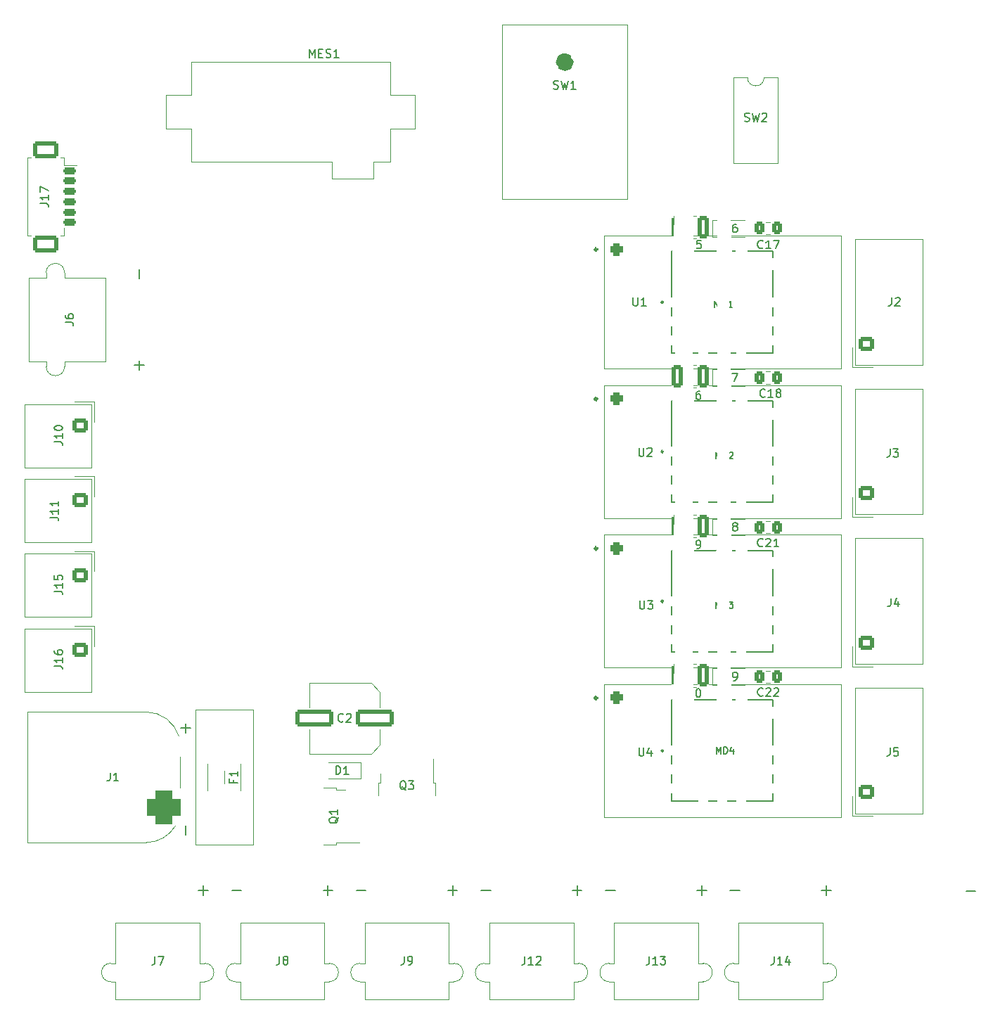
<source format=gto>
%TF.GenerationSoftware,KiCad,Pcbnew,(6.0.11)*%
%TF.CreationDate,2023-08-03T09:01:04+09:00*%
%TF.ProjectId,power,706f7765-722e-46b6-9963-61645f706362,rev?*%
%TF.SameCoordinates,Original*%
%TF.FileFunction,Legend,Top*%
%TF.FilePolarity,Positive*%
%FSLAX46Y46*%
G04 Gerber Fmt 4.6, Leading zero omitted, Abs format (unit mm)*
G04 Created by KiCad (PCBNEW (6.0.11)) date 2023-08-03 09:01:04*
%MOMM*%
%LPD*%
G01*
G04 APERTURE LIST*
G04 Aperture macros list*
%AMRoundRect*
0 Rectangle with rounded corners*
0 $1 Rounding radius*
0 $2 $3 $4 $5 $6 $7 $8 $9 X,Y pos of 4 corners*
0 Add a 4 corners polygon primitive as box body*
4,1,4,$2,$3,$4,$5,$6,$7,$8,$9,$2,$3,0*
0 Add four circle primitives for the rounded corners*
1,1,$1+$1,$2,$3*
1,1,$1+$1,$4,$5*
1,1,$1+$1,$6,$7*
1,1,$1+$1,$8,$9*
0 Add four rect primitives between the rounded corners*
20,1,$1+$1,$2,$3,$4,$5,0*
20,1,$1+$1,$4,$5,$6,$7,0*
20,1,$1+$1,$6,$7,$8,$9,0*
20,1,$1+$1,$8,$9,$2,$3,0*%
%AMFreePoly0*
4,1,53,0.885000,-2.035000,0.700000,-2.035000,0.700000,-3.665000,0.695106,-3.680063,0.695106,-3.695902,0.685796,-3.708716,0.680902,-3.723779,0.668089,-3.733089,0.658779,-3.745902,0.643716,-3.750796,0.630902,-3.760106,0.615063,-3.760106,0.600000,-3.765000,-0.600000,-3.765000,-0.615063,-3.760106,-0.630902,-3.760106,-0.643716,-3.750796,-0.658779,-3.745902,-0.668089,-3.733089,-0.680902,-3.723779,
-0.685796,-3.708716,-0.695106,-3.695902,-0.695106,-3.680063,-0.700000,-3.665000,-0.700000,-2.035000,-0.885000,-2.035000,-0.885000,0.450000,-2.515000,0.450000,-2.530063,0.454894,-2.545902,0.454894,-2.558716,0.464204,-2.573779,0.469098,-2.583089,0.481911,-2.595902,0.491221,-2.600796,0.506284,-2.610106,0.519098,-2.610106,0.534937,-2.615000,0.550000,-2.615000,1.750000,-2.610106,1.765063,
-2.610106,1.780902,-2.600796,1.793716,-2.595902,1.808779,-2.583089,1.818089,-2.573779,1.830902,-2.558716,1.835796,-2.545902,1.845106,-2.530063,1.845106,-2.515000,1.850000,-0.885000,1.850000,-0.885000,2.035000,0.885000,2.035000,0.885000,-2.035000,0.885000,-2.035000,$1*%
%AMFreePoly1*
4,1,53,-0.534937,2.610106,-0.519098,2.610106,-0.506284,2.600796,-0.491221,2.595902,-0.481911,2.583089,-0.469098,2.573779,-0.464204,2.558716,-0.454894,2.545902,-0.454894,2.530063,-0.450000,2.515000,-0.450000,0.885000,0.450000,0.885000,0.450000,2.515000,0.454894,2.530063,0.454894,2.545902,0.464204,2.558716,0.469098,2.573779,0.481911,2.583089,0.491221,2.595902,0.506284,2.600796,
0.519098,2.610106,0.534937,2.610106,0.550000,2.615000,1.750000,2.615000,1.765063,2.610106,1.780902,2.610106,1.793716,2.600796,1.808779,2.595902,1.818089,2.583089,1.830902,2.573779,1.835796,2.558716,1.845106,2.545902,1.845106,2.530063,1.850000,2.515000,1.850000,0.885000,2.035000,0.885000,2.035000,-0.885000,-2.035000,-0.885000,-2.035000,0.885000,-1.850000,0.885000,
-1.850000,2.515000,-1.845106,2.530063,-1.845106,2.545902,-1.835796,2.558716,-1.830902,2.573779,-1.818089,2.583089,-1.808779,2.595902,-1.793716,2.600796,-1.780902,2.610106,-1.765063,2.610106,-1.750000,2.615000,-0.550000,2.615000,-0.534937,2.610106,-0.534937,2.610106,$1*%
%AMFreePoly2*
4,1,29,0.885000,1.850000,2.515000,1.850000,2.530063,1.845106,2.545902,1.845106,2.558716,1.835796,2.573779,1.830902,2.583089,1.818089,2.595902,1.808779,2.600796,1.793716,2.610106,1.780902,2.610106,1.765063,2.615000,1.750000,2.615000,0.550000,2.610106,0.534937,2.610106,0.519098,2.600796,0.506284,2.595902,0.491221,2.583089,0.481911,2.573779,0.469098,2.558716,0.464204,
2.545902,0.454894,2.530063,0.454894,2.515000,0.450000,0.885000,0.450000,0.885000,-2.035000,-0.885000,-2.035000,-0.885000,2.035000,0.885000,2.035000,0.885000,1.850000,0.885000,1.850000,$1*%
G04 Aperture macros list end*
%ADD10C,0.150000*%
%ADD11C,0.120000*%
%ADD12C,0.314000*%
%ADD13C,0.250000*%
%ADD14C,1.060000*%
%ADD15C,1.400000*%
%ADD16R,3.500000X3.500000*%
%ADD17C,3.500000*%
%ADD18RoundRect,0.250000X-0.337500X-0.475000X0.337500X-0.475000X0.337500X0.475000X-0.337500X0.475000X0*%
%ADD19R,0.900000X1.200000*%
%ADD20RoundRect,0.250000X0.675000X-0.600000X0.675000X0.600000X-0.675000X0.600000X-0.675000X-0.600000X0*%
%ADD21O,1.850000X1.700000*%
%ADD22RoundRect,0.381000X-0.381000X-0.381000X0.381000X-0.381000X0.381000X0.381000X-0.381000X0.381000X0*%
%ADD23C,1.524000*%
%ADD24RoundRect,0.250000X0.412500X1.100000X-0.412500X1.100000X-0.412500X-1.100000X0.412500X-1.100000X0*%
%ADD25RoundRect,0.250001X1.999999X0.799999X-1.999999X0.799999X-1.999999X-0.799999X1.999999X-0.799999X0*%
%ADD26R,3.000000X1.200000*%
%ADD27FreePoly0,270.000000*%
%ADD28FreePoly1,0.000000*%
%ADD29FreePoly2,0.000000*%
%ADD30R,1.200000X3.000000*%
%ADD31R,1.500000X1.200000*%
%ADD32R,2.200000X1.200000*%
%ADD33R,6.400000X5.800000*%
%ADD34RoundRect,0.250000X-0.675000X0.600000X-0.675000X-0.600000X0.675000X-0.600000X0.675000X0.600000X0*%
%ADD35R,1.200000X2.200000*%
%ADD36R,5.800000X6.400000*%
%ADD37C,2.780000*%
%ADD38R,1.600000X1.600000*%
%ADD39O,1.600000X1.600000*%
%ADD40O,4.000000X1.524000*%
%ADD41R,2.000000X0.900000*%
%ADD42RoundRect,1.025000X1.025000X-1.025000X1.025000X1.025000X-1.025000X1.025000X-1.025000X-1.025000X0*%
%ADD43C,4.100000*%
%ADD44RoundRect,0.200000X-0.600000X0.200000X-0.600000X-0.200000X0.600000X-0.200000X0.600000X0.200000X0*%
%ADD45RoundRect,0.250001X-1.249999X0.799999X-1.249999X-0.799999X1.249999X-0.799999X1.249999X0.799999X0*%
G04 APERTURE END LIST*
D10*
%TO.C,J12*%
X158140476Y-154402380D02*
X158140476Y-155116666D01*
X158092857Y-155259523D01*
X157997619Y-155354761D01*
X157854761Y-155402380D01*
X157759523Y-155402380D01*
X159140476Y-155402380D02*
X158569047Y-155402380D01*
X158854761Y-155402380D02*
X158854761Y-154402380D01*
X158759523Y-154545238D01*
X158664285Y-154640476D01*
X158569047Y-154688095D01*
X159521428Y-154497619D02*
X159569047Y-154450000D01*
X159664285Y-154402380D01*
X159902380Y-154402380D01*
X159997619Y-154450000D01*
X160045238Y-154497619D01*
X160092857Y-154592857D01*
X160092857Y-154688095D01*
X160045238Y-154830952D01*
X159473809Y-155402380D01*
X160092857Y-155402380D01*
X163878571Y-146457142D02*
X165021428Y-146457142D01*
X164450000Y-147028571D02*
X164450000Y-145885714D01*
X152878571Y-146457142D02*
X154021428Y-146457142D01*
%TO.C,C17*%
X186807142Y-69107142D02*
X186759523Y-69154761D01*
X186616666Y-69202380D01*
X186521428Y-69202380D01*
X186378571Y-69154761D01*
X186283333Y-69059523D01*
X186235714Y-68964285D01*
X186188095Y-68773809D01*
X186188095Y-68630952D01*
X186235714Y-68440476D01*
X186283333Y-68345238D01*
X186378571Y-68250000D01*
X186521428Y-68202380D01*
X186616666Y-68202380D01*
X186759523Y-68250000D01*
X186807142Y-68297619D01*
X187759523Y-69202380D02*
X187188095Y-69202380D01*
X187473809Y-69202380D02*
X187473809Y-68202380D01*
X187378571Y-68345238D01*
X187283333Y-68440476D01*
X187188095Y-68488095D01*
X188092857Y-68202380D02*
X188759523Y-68202380D01*
X188330952Y-69202380D01*
%TO.C,D9*%
X182211904Y-121202380D02*
X182211904Y-120202380D01*
X182450000Y-120202380D01*
X182592857Y-120250000D01*
X182688095Y-120345238D01*
X182735714Y-120440476D01*
X182783333Y-120630952D01*
X182783333Y-120773809D01*
X182735714Y-120964285D01*
X182688095Y-121059523D01*
X182592857Y-121154761D01*
X182450000Y-121202380D01*
X182211904Y-121202380D01*
X183259523Y-121202380D02*
X183450000Y-121202380D01*
X183545238Y-121154761D01*
X183592857Y-121107142D01*
X183688095Y-120964285D01*
X183735714Y-120773809D01*
X183735714Y-120392857D01*
X183688095Y-120297619D01*
X183640476Y-120250000D01*
X183545238Y-120202380D01*
X183354761Y-120202380D01*
X183259523Y-120250000D01*
X183211904Y-120297619D01*
X183164285Y-120392857D01*
X183164285Y-120630952D01*
X183211904Y-120726190D01*
X183259523Y-120773809D01*
X183354761Y-120821428D01*
X183545238Y-120821428D01*
X183640476Y-120773809D01*
X183688095Y-120726190D01*
X183735714Y-120630952D01*
%TO.C,J3*%
X202116666Y-93302380D02*
X202116666Y-94016666D01*
X202069047Y-94159523D01*
X201973809Y-94254761D01*
X201830952Y-94302380D01*
X201735714Y-94302380D01*
X202497619Y-93302380D02*
X203116666Y-93302380D01*
X202783333Y-93683333D01*
X202926190Y-93683333D01*
X203021428Y-93730952D01*
X203069047Y-93778571D01*
X203116666Y-93873809D01*
X203116666Y-94111904D01*
X203069047Y-94207142D01*
X203021428Y-94254761D01*
X202926190Y-94302380D01*
X202640476Y-94302380D01*
X202545238Y-94254761D01*
X202497619Y-94207142D01*
%TO.C,U3*%
X171988095Y-111602380D02*
X171988095Y-112411904D01*
X172035714Y-112507142D01*
X172083333Y-112554761D01*
X172178571Y-112602380D01*
X172369047Y-112602380D01*
X172464285Y-112554761D01*
X172511904Y-112507142D01*
X172559523Y-112411904D01*
X172559523Y-111602380D01*
X172940476Y-111602380D02*
X173559523Y-111602380D01*
X173226190Y-111983333D01*
X173369047Y-111983333D01*
X173464285Y-112030952D01*
X173511904Y-112078571D01*
X173559523Y-112173809D01*
X173559523Y-112411904D01*
X173511904Y-112507142D01*
X173464285Y-112554761D01*
X173369047Y-112602380D01*
X173083333Y-112602380D01*
X172988095Y-112554761D01*
X172940476Y-112507142D01*
%TO.C,C22*%
X186807142Y-123007142D02*
X186759523Y-123054761D01*
X186616666Y-123102380D01*
X186521428Y-123102380D01*
X186378571Y-123054761D01*
X186283333Y-122959523D01*
X186235714Y-122864285D01*
X186188095Y-122673809D01*
X186188095Y-122530952D01*
X186235714Y-122340476D01*
X186283333Y-122245238D01*
X186378571Y-122150000D01*
X186521428Y-122102380D01*
X186616666Y-122102380D01*
X186759523Y-122150000D01*
X186807142Y-122197619D01*
X187188095Y-122197619D02*
X187235714Y-122150000D01*
X187330952Y-122102380D01*
X187569047Y-122102380D01*
X187664285Y-122150000D01*
X187711904Y-122197619D01*
X187759523Y-122292857D01*
X187759523Y-122388095D01*
X187711904Y-122530952D01*
X187140476Y-123102380D01*
X187759523Y-123102380D01*
X188140476Y-122197619D02*
X188188095Y-122150000D01*
X188283333Y-122102380D01*
X188521428Y-122102380D01*
X188616666Y-122150000D01*
X188664285Y-122197619D01*
X188711904Y-122292857D01*
X188711904Y-122388095D01*
X188664285Y-122530952D01*
X188092857Y-123102380D01*
X188711904Y-123102380D01*
%TO.C,C15*%
X177507142Y-69107142D02*
X177459523Y-69154761D01*
X177316666Y-69202380D01*
X177221428Y-69202380D01*
X177078571Y-69154761D01*
X176983333Y-69059523D01*
X176935714Y-68964285D01*
X176888095Y-68773809D01*
X176888095Y-68630952D01*
X176935714Y-68440476D01*
X176983333Y-68345238D01*
X177078571Y-68250000D01*
X177221428Y-68202380D01*
X177316666Y-68202380D01*
X177459523Y-68250000D01*
X177507142Y-68297619D01*
X178459523Y-69202380D02*
X177888095Y-69202380D01*
X178173809Y-69202380D02*
X178173809Y-68202380D01*
X178078571Y-68345238D01*
X177983333Y-68440476D01*
X177888095Y-68488095D01*
X179364285Y-68202380D02*
X178888095Y-68202380D01*
X178840476Y-68678571D01*
X178888095Y-68630952D01*
X178983333Y-68583333D01*
X179221428Y-68583333D01*
X179316666Y-68630952D01*
X179364285Y-68678571D01*
X179411904Y-68773809D01*
X179411904Y-69011904D01*
X179364285Y-69107142D01*
X179316666Y-69154761D01*
X179221428Y-69202380D01*
X178983333Y-69202380D01*
X178888095Y-69154761D01*
X178840476Y-69107142D01*
%TO.C,J7*%
X113616666Y-154402380D02*
X113616666Y-155116666D01*
X113569047Y-155259523D01*
X113473809Y-155354761D01*
X113330952Y-155402380D01*
X113235714Y-155402380D01*
X113997619Y-154402380D02*
X114664285Y-154402380D01*
X114235714Y-155402380D01*
X211278571Y-146557142D02*
X212421428Y-146557142D01*
X118878571Y-146457142D02*
X120021428Y-146457142D01*
X119450000Y-147028571D02*
X119450000Y-145885714D01*
%TO.C,U4*%
X171888095Y-129302380D02*
X171888095Y-130111904D01*
X171935714Y-130207142D01*
X171983333Y-130254761D01*
X172078571Y-130302380D01*
X172269047Y-130302380D01*
X172364285Y-130254761D01*
X172411904Y-130207142D01*
X172459523Y-130111904D01*
X172459523Y-129302380D01*
X173364285Y-129635714D02*
X173364285Y-130302380D01*
X173126190Y-129254761D02*
X172888095Y-129969047D01*
X173507142Y-129969047D01*
%TO.C,J4*%
X202216666Y-111302380D02*
X202216666Y-112016666D01*
X202169047Y-112159523D01*
X202073809Y-112254761D01*
X201930952Y-112302380D01*
X201835714Y-112302380D01*
X203121428Y-111635714D02*
X203121428Y-112302380D01*
X202883333Y-111254761D02*
X202645238Y-111969047D01*
X203264285Y-111969047D01*
%TO.C,C21*%
X186807142Y-105007142D02*
X186759523Y-105054761D01*
X186616666Y-105102380D01*
X186521428Y-105102380D01*
X186378571Y-105054761D01*
X186283333Y-104959523D01*
X186235714Y-104864285D01*
X186188095Y-104673809D01*
X186188095Y-104530952D01*
X186235714Y-104340476D01*
X186283333Y-104245238D01*
X186378571Y-104150000D01*
X186521428Y-104102380D01*
X186616666Y-104102380D01*
X186759523Y-104150000D01*
X186807142Y-104197619D01*
X187188095Y-104197619D02*
X187235714Y-104150000D01*
X187330952Y-104102380D01*
X187569047Y-104102380D01*
X187664285Y-104150000D01*
X187711904Y-104197619D01*
X187759523Y-104292857D01*
X187759523Y-104388095D01*
X187711904Y-104530952D01*
X187140476Y-105102380D01*
X187759523Y-105102380D01*
X188711904Y-105102380D02*
X188140476Y-105102380D01*
X188426190Y-105102380D02*
X188426190Y-104102380D01*
X188330952Y-104245238D01*
X188235714Y-104340476D01*
X188140476Y-104388095D01*
%TO.C,C19*%
X177407142Y-105207142D02*
X177359523Y-105254761D01*
X177216666Y-105302380D01*
X177121428Y-105302380D01*
X176978571Y-105254761D01*
X176883333Y-105159523D01*
X176835714Y-105064285D01*
X176788095Y-104873809D01*
X176788095Y-104730952D01*
X176835714Y-104540476D01*
X176883333Y-104445238D01*
X176978571Y-104350000D01*
X177121428Y-104302380D01*
X177216666Y-104302380D01*
X177359523Y-104350000D01*
X177407142Y-104397619D01*
X178359523Y-105302380D02*
X177788095Y-105302380D01*
X178073809Y-105302380D02*
X178073809Y-104302380D01*
X177978571Y-104445238D01*
X177883333Y-104540476D01*
X177788095Y-104588095D01*
X178835714Y-105302380D02*
X179026190Y-105302380D01*
X179121428Y-105254761D01*
X179169047Y-105207142D01*
X179264285Y-105064285D01*
X179311904Y-104873809D01*
X179311904Y-104492857D01*
X179264285Y-104397619D01*
X179216666Y-104350000D01*
X179121428Y-104302380D01*
X178930952Y-104302380D01*
X178835714Y-104350000D01*
X178788095Y-104397619D01*
X178740476Y-104492857D01*
X178740476Y-104730952D01*
X178788095Y-104826190D01*
X178835714Y-104873809D01*
X178930952Y-104921428D01*
X179121428Y-104921428D01*
X179216666Y-104873809D01*
X179264285Y-104826190D01*
X179311904Y-104730952D01*
%TO.C,D6*%
X182211904Y-67252380D02*
X182211904Y-66252380D01*
X182450000Y-66252380D01*
X182592857Y-66300000D01*
X182688095Y-66395238D01*
X182735714Y-66490476D01*
X182783333Y-66680952D01*
X182783333Y-66823809D01*
X182735714Y-67014285D01*
X182688095Y-67109523D01*
X182592857Y-67204761D01*
X182450000Y-67252380D01*
X182211904Y-67252380D01*
X183640476Y-66252380D02*
X183450000Y-66252380D01*
X183354761Y-66300000D01*
X183307142Y-66347619D01*
X183211904Y-66490476D01*
X183164285Y-66680952D01*
X183164285Y-67061904D01*
X183211904Y-67157142D01*
X183259523Y-67204761D01*
X183354761Y-67252380D01*
X183545238Y-67252380D01*
X183640476Y-67204761D01*
X183688095Y-67157142D01*
X183735714Y-67061904D01*
X183735714Y-66823809D01*
X183688095Y-66728571D01*
X183640476Y-66680952D01*
X183545238Y-66633333D01*
X183354761Y-66633333D01*
X183259523Y-66680952D01*
X183211904Y-66728571D01*
X183164285Y-66823809D01*
%TO.C,C2*%
X136283333Y-126107142D02*
X136235714Y-126154761D01*
X136092857Y-126202380D01*
X135997619Y-126202380D01*
X135854761Y-126154761D01*
X135759523Y-126059523D01*
X135711904Y-125964285D01*
X135664285Y-125773809D01*
X135664285Y-125630952D01*
X135711904Y-125440476D01*
X135759523Y-125345238D01*
X135854761Y-125250000D01*
X135997619Y-125202380D01*
X136092857Y-125202380D01*
X136235714Y-125250000D01*
X136283333Y-125297619D01*
X136664285Y-125297619D02*
X136711904Y-125250000D01*
X136807142Y-125202380D01*
X137045238Y-125202380D01*
X137140476Y-125250000D01*
X137188095Y-125297619D01*
X137235714Y-125392857D01*
X137235714Y-125488095D01*
X137188095Y-125630952D01*
X136616666Y-126202380D01*
X137235714Y-126202380D01*
%TO.C,J6*%
X102802380Y-78083333D02*
X103516666Y-78083333D01*
X103659523Y-78130952D01*
X103754761Y-78226190D01*
X103802380Y-78369047D01*
X103802380Y-78464285D01*
X102802380Y-77178571D02*
X102802380Y-77369047D01*
X102850000Y-77464285D01*
X102897619Y-77511904D01*
X103040476Y-77607142D01*
X103230952Y-77654761D01*
X103611904Y-77654761D01*
X103707142Y-77607142D01*
X103754761Y-77559523D01*
X103802380Y-77464285D01*
X103802380Y-77273809D01*
X103754761Y-77178571D01*
X103707142Y-77130952D01*
X103611904Y-77083333D01*
X103373809Y-77083333D01*
X103278571Y-77130952D01*
X103230952Y-77178571D01*
X103183333Y-77273809D01*
X103183333Y-77464285D01*
X103230952Y-77559523D01*
X103278571Y-77607142D01*
X103373809Y-77654761D01*
X111732142Y-83821428D02*
X111732142Y-82678571D01*
X112303571Y-83250000D02*
X111160714Y-83250000D01*
X111732142Y-72821428D02*
X111732142Y-71678571D01*
%TO.C,C20*%
X177407142Y-123107142D02*
X177359523Y-123154761D01*
X177216666Y-123202380D01*
X177121428Y-123202380D01*
X176978571Y-123154761D01*
X176883333Y-123059523D01*
X176835714Y-122964285D01*
X176788095Y-122773809D01*
X176788095Y-122630952D01*
X176835714Y-122440476D01*
X176883333Y-122345238D01*
X176978571Y-122250000D01*
X177121428Y-122202380D01*
X177216666Y-122202380D01*
X177359523Y-122250000D01*
X177407142Y-122297619D01*
X177788095Y-122297619D02*
X177835714Y-122250000D01*
X177930952Y-122202380D01*
X178169047Y-122202380D01*
X178264285Y-122250000D01*
X178311904Y-122297619D01*
X178359523Y-122392857D01*
X178359523Y-122488095D01*
X178311904Y-122630952D01*
X177740476Y-123202380D01*
X178359523Y-123202380D01*
X178978571Y-122202380D02*
X179073809Y-122202380D01*
X179169047Y-122250000D01*
X179216666Y-122297619D01*
X179264285Y-122392857D01*
X179311904Y-122583333D01*
X179311904Y-122821428D01*
X179264285Y-123011904D01*
X179216666Y-123107142D01*
X179169047Y-123154761D01*
X179073809Y-123202380D01*
X178978571Y-123202380D01*
X178883333Y-123154761D01*
X178835714Y-123107142D01*
X178788095Y-123011904D01*
X178740476Y-122821428D01*
X178740476Y-122583333D01*
X178788095Y-122392857D01*
X178835714Y-122297619D01*
X178883333Y-122250000D01*
X178978571Y-122202380D01*
%TO.C,MD3*%
X181118878Y-112506205D02*
X181118878Y-111718803D01*
X181381345Y-112281233D01*
X181643813Y-111718803D01*
X181643813Y-112506205D01*
X182018766Y-112506205D02*
X182018766Y-111718803D01*
X182206243Y-111718803D01*
X182318729Y-111756299D01*
X182393719Y-111831289D01*
X182431215Y-111906280D01*
X182468710Y-112056261D01*
X182468710Y-112168747D01*
X182431215Y-112318729D01*
X182393719Y-112393719D01*
X182318729Y-112468710D01*
X182206243Y-112506205D01*
X182018766Y-112506205D01*
X182731177Y-111718803D02*
X183218617Y-111718803D01*
X182956149Y-112018766D01*
X183068635Y-112018766D01*
X183143626Y-112056261D01*
X183181121Y-112093757D01*
X183218617Y-112168747D01*
X183218617Y-112356224D01*
X183181121Y-112431215D01*
X183143626Y-112468710D01*
X183068635Y-112506205D01*
X182843663Y-112506205D01*
X182768673Y-112468710D01*
X182731177Y-112431215D01*
%TO.C,D8*%
X182211904Y-103202380D02*
X182211904Y-102202380D01*
X182450000Y-102202380D01*
X182592857Y-102250000D01*
X182688095Y-102345238D01*
X182735714Y-102440476D01*
X182783333Y-102630952D01*
X182783333Y-102773809D01*
X182735714Y-102964285D01*
X182688095Y-103059523D01*
X182592857Y-103154761D01*
X182450000Y-103202380D01*
X182211904Y-103202380D01*
X183354761Y-102630952D02*
X183259523Y-102583333D01*
X183211904Y-102535714D01*
X183164285Y-102440476D01*
X183164285Y-102392857D01*
X183211904Y-102297619D01*
X183259523Y-102250000D01*
X183354761Y-102202380D01*
X183545238Y-102202380D01*
X183640476Y-102250000D01*
X183688095Y-102297619D01*
X183735714Y-102392857D01*
X183735714Y-102440476D01*
X183688095Y-102535714D01*
X183640476Y-102583333D01*
X183545238Y-102630952D01*
X183354761Y-102630952D01*
X183259523Y-102678571D01*
X183211904Y-102726190D01*
X183164285Y-102821428D01*
X183164285Y-103011904D01*
X183211904Y-103107142D01*
X183259523Y-103154761D01*
X183354761Y-103202380D01*
X183545238Y-103202380D01*
X183640476Y-103154761D01*
X183688095Y-103107142D01*
X183735714Y-103011904D01*
X183735714Y-102821428D01*
X183688095Y-102726190D01*
X183640476Y-102678571D01*
X183545238Y-102630952D01*
%TO.C,J5*%
X202116666Y-129302380D02*
X202116666Y-130016666D01*
X202069047Y-130159523D01*
X201973809Y-130254761D01*
X201830952Y-130302380D01*
X201735714Y-130302380D01*
X203069047Y-129302380D02*
X202592857Y-129302380D01*
X202545238Y-129778571D01*
X202592857Y-129730952D01*
X202688095Y-129683333D01*
X202926190Y-129683333D01*
X203021428Y-129730952D01*
X203069047Y-129778571D01*
X203116666Y-129873809D01*
X203116666Y-130111904D01*
X203069047Y-130207142D01*
X203021428Y-130254761D01*
X202926190Y-130302380D01*
X202688095Y-130302380D01*
X202592857Y-130254761D01*
X202545238Y-130207142D01*
%TO.C,MD1*%
X181018878Y-76306205D02*
X181018878Y-75518803D01*
X181281345Y-76081233D01*
X181543813Y-75518803D01*
X181543813Y-76306205D01*
X181918766Y-76306205D02*
X181918766Y-75518803D01*
X182106243Y-75518803D01*
X182218729Y-75556299D01*
X182293719Y-75631289D01*
X182331215Y-75706280D01*
X182368710Y-75856261D01*
X182368710Y-75968747D01*
X182331215Y-76118729D01*
X182293719Y-76193719D01*
X182218729Y-76268710D01*
X182106243Y-76306205D01*
X181918766Y-76306205D01*
X183118617Y-76306205D02*
X182668673Y-76306205D01*
X182893645Y-76306205D02*
X182893645Y-75518803D01*
X182818654Y-75631289D01*
X182743663Y-75706280D01*
X182668673Y-75743775D01*
%TO.C,D1*%
X135411904Y-132502380D02*
X135411904Y-131502380D01*
X135650000Y-131502380D01*
X135792857Y-131550000D01*
X135888095Y-131645238D01*
X135935714Y-131740476D01*
X135983333Y-131930952D01*
X135983333Y-132073809D01*
X135935714Y-132264285D01*
X135888095Y-132359523D01*
X135792857Y-132454761D01*
X135650000Y-132502380D01*
X135411904Y-132502380D01*
X136935714Y-132502380D02*
X136364285Y-132502380D01*
X136650000Y-132502380D02*
X136650000Y-131502380D01*
X136554761Y-131645238D01*
X136459523Y-131740476D01*
X136364285Y-131788095D01*
%TO.C,U2*%
X171888095Y-93202380D02*
X171888095Y-94011904D01*
X171935714Y-94107142D01*
X171983333Y-94154761D01*
X172078571Y-94202380D01*
X172269047Y-94202380D01*
X172364285Y-94154761D01*
X172411904Y-94107142D01*
X172459523Y-94011904D01*
X172459523Y-93202380D01*
X172888095Y-93297619D02*
X172935714Y-93250000D01*
X173030952Y-93202380D01*
X173269047Y-93202380D01*
X173364285Y-93250000D01*
X173411904Y-93297619D01*
X173459523Y-93392857D01*
X173459523Y-93488095D01*
X173411904Y-93630952D01*
X172840476Y-94202380D01*
X173459523Y-94202380D01*
%TO.C,Q1*%
X135697619Y-137645238D02*
X135650000Y-137740476D01*
X135554761Y-137835714D01*
X135411904Y-137978571D01*
X135364285Y-138073809D01*
X135364285Y-138169047D01*
X135602380Y-138121428D02*
X135554761Y-138216666D01*
X135459523Y-138311904D01*
X135269047Y-138359523D01*
X134935714Y-138359523D01*
X134745238Y-138311904D01*
X134650000Y-138216666D01*
X134602380Y-138121428D01*
X134602380Y-137930952D01*
X134650000Y-137835714D01*
X134745238Y-137740476D01*
X134935714Y-137692857D01*
X135269047Y-137692857D01*
X135459523Y-137740476D01*
X135554761Y-137835714D01*
X135602380Y-137930952D01*
X135602380Y-138121428D01*
X135602380Y-136740476D02*
X135602380Y-137311904D01*
X135602380Y-137026190D02*
X134602380Y-137026190D01*
X134745238Y-137121428D01*
X134840476Y-137216666D01*
X134888095Y-137311904D01*
%TO.C,J16*%
X101502380Y-119459523D02*
X102216666Y-119459523D01*
X102359523Y-119507142D01*
X102454761Y-119602380D01*
X102502380Y-119745238D01*
X102502380Y-119840476D01*
X102502380Y-118459523D02*
X102502380Y-119030952D01*
X102502380Y-118745238D02*
X101502380Y-118745238D01*
X101645238Y-118840476D01*
X101740476Y-118935714D01*
X101788095Y-119030952D01*
X101502380Y-117602380D02*
X101502380Y-117792857D01*
X101550000Y-117888095D01*
X101597619Y-117935714D01*
X101740476Y-118030952D01*
X101930952Y-118078571D01*
X102311904Y-118078571D01*
X102407142Y-118030952D01*
X102454761Y-117983333D01*
X102502380Y-117888095D01*
X102502380Y-117697619D01*
X102454761Y-117602380D01*
X102407142Y-117554761D01*
X102311904Y-117507142D01*
X102073809Y-117507142D01*
X101978571Y-117554761D01*
X101930952Y-117602380D01*
X101883333Y-117697619D01*
X101883333Y-117888095D01*
X101930952Y-117983333D01*
X101978571Y-118030952D01*
X102073809Y-118078571D01*
%TO.C,Q3*%
X143854761Y-134397619D02*
X143759523Y-134350000D01*
X143664285Y-134254761D01*
X143521428Y-134111904D01*
X143426190Y-134064285D01*
X143330952Y-134064285D01*
X143378571Y-134302380D02*
X143283333Y-134254761D01*
X143188095Y-134159523D01*
X143140476Y-133969047D01*
X143140476Y-133635714D01*
X143188095Y-133445238D01*
X143283333Y-133350000D01*
X143378571Y-133302380D01*
X143569047Y-133302380D01*
X143664285Y-133350000D01*
X143759523Y-133445238D01*
X143807142Y-133635714D01*
X143807142Y-133969047D01*
X143759523Y-134159523D01*
X143664285Y-134254761D01*
X143569047Y-134302380D01*
X143378571Y-134302380D01*
X144140476Y-133302380D02*
X144759523Y-133302380D01*
X144426190Y-133683333D01*
X144569047Y-133683333D01*
X144664285Y-133730952D01*
X144711904Y-133778571D01*
X144759523Y-133873809D01*
X144759523Y-134111904D01*
X144711904Y-134207142D01*
X144664285Y-134254761D01*
X144569047Y-134302380D01*
X144283333Y-134302380D01*
X144188095Y-134254761D01*
X144140476Y-134207142D01*
%TO.C,J10*%
X101502380Y-92459523D02*
X102216666Y-92459523D01*
X102359523Y-92507142D01*
X102454761Y-92602380D01*
X102502380Y-92745238D01*
X102502380Y-92840476D01*
X102502380Y-91459523D02*
X102502380Y-92030952D01*
X102502380Y-91745238D02*
X101502380Y-91745238D01*
X101645238Y-91840476D01*
X101740476Y-91935714D01*
X101788095Y-92030952D01*
X101502380Y-90840476D02*
X101502380Y-90745238D01*
X101550000Y-90650000D01*
X101597619Y-90602380D01*
X101692857Y-90554761D01*
X101883333Y-90507142D01*
X102121428Y-90507142D01*
X102311904Y-90554761D01*
X102407142Y-90602380D01*
X102454761Y-90650000D01*
X102502380Y-90745238D01*
X102502380Y-90840476D01*
X102454761Y-90935714D01*
X102407142Y-90983333D01*
X102311904Y-91030952D01*
X102121428Y-91078571D01*
X101883333Y-91078571D01*
X101692857Y-91030952D01*
X101597619Y-90983333D01*
X101550000Y-90935714D01*
X101502380Y-90840476D01*
%TO.C,J13*%
X173140476Y-154402380D02*
X173140476Y-155116666D01*
X173092857Y-155259523D01*
X172997619Y-155354761D01*
X172854761Y-155402380D01*
X172759523Y-155402380D01*
X174140476Y-155402380D02*
X173569047Y-155402380D01*
X173854761Y-155402380D02*
X173854761Y-154402380D01*
X173759523Y-154545238D01*
X173664285Y-154640476D01*
X173569047Y-154688095D01*
X174473809Y-154402380D02*
X175092857Y-154402380D01*
X174759523Y-154783333D01*
X174902380Y-154783333D01*
X174997619Y-154830952D01*
X175045238Y-154878571D01*
X175092857Y-154973809D01*
X175092857Y-155211904D01*
X175045238Y-155307142D01*
X174997619Y-155354761D01*
X174902380Y-155402380D01*
X174616666Y-155402380D01*
X174521428Y-155354761D01*
X174473809Y-155307142D01*
X178878571Y-146457142D02*
X180021428Y-146457142D01*
X179450000Y-147028571D02*
X179450000Y-145885714D01*
X167878571Y-146457142D02*
X169021428Y-146457142D01*
%TO.C,MD4*%
X181218878Y-130006205D02*
X181218878Y-129218803D01*
X181481345Y-129781233D01*
X181743813Y-129218803D01*
X181743813Y-130006205D01*
X182118766Y-130006205D02*
X182118766Y-129218803D01*
X182306243Y-129218803D01*
X182418729Y-129256299D01*
X182493719Y-129331289D01*
X182531215Y-129406280D01*
X182568710Y-129556261D01*
X182568710Y-129668747D01*
X182531215Y-129818729D01*
X182493719Y-129893719D01*
X182418729Y-129968710D01*
X182306243Y-130006205D01*
X182118766Y-130006205D01*
X183243626Y-129481271D02*
X183243626Y-130006205D01*
X183056149Y-129181308D02*
X182868673Y-129743738D01*
X183356112Y-129743738D01*
%TO.C,J14*%
X188140476Y-154402380D02*
X188140476Y-155116666D01*
X188092857Y-155259523D01*
X187997619Y-155354761D01*
X187854761Y-155402380D01*
X187759523Y-155402380D01*
X189140476Y-155402380D02*
X188569047Y-155402380D01*
X188854761Y-155402380D02*
X188854761Y-154402380D01*
X188759523Y-154545238D01*
X188664285Y-154640476D01*
X188569047Y-154688095D01*
X189997619Y-154735714D02*
X189997619Y-155402380D01*
X189759523Y-154354761D02*
X189521428Y-155069047D01*
X190140476Y-155069047D01*
X193878571Y-146457142D02*
X195021428Y-146457142D01*
X194450000Y-147028571D02*
X194450000Y-145885714D01*
X182878571Y-146457142D02*
X184021428Y-146457142D01*
%TO.C,U1*%
X171188095Y-75102380D02*
X171188095Y-75911904D01*
X171235714Y-76007142D01*
X171283333Y-76054761D01*
X171378571Y-76102380D01*
X171569047Y-76102380D01*
X171664285Y-76054761D01*
X171711904Y-76007142D01*
X171759523Y-75911904D01*
X171759523Y-75102380D01*
X172759523Y-76102380D02*
X172188095Y-76102380D01*
X172473809Y-76102380D02*
X172473809Y-75102380D01*
X172378571Y-75245238D01*
X172283333Y-75340476D01*
X172188095Y-75388095D01*
%TO.C,F1*%
X123078571Y-133183333D02*
X123078571Y-133516666D01*
X123602380Y-133516666D02*
X122602380Y-133516666D01*
X122602380Y-133040476D01*
X123602380Y-132135714D02*
X123602380Y-132707142D01*
X123602380Y-132421428D02*
X122602380Y-132421428D01*
X122745238Y-132516666D01*
X122840476Y-132611904D01*
X122888095Y-132707142D01*
%TO.C,D7*%
X182211904Y-85202380D02*
X182211904Y-84202380D01*
X182450000Y-84202380D01*
X182592857Y-84250000D01*
X182688095Y-84345238D01*
X182735714Y-84440476D01*
X182783333Y-84630952D01*
X182783333Y-84773809D01*
X182735714Y-84964285D01*
X182688095Y-85059523D01*
X182592857Y-85154761D01*
X182450000Y-85202380D01*
X182211904Y-85202380D01*
X183116666Y-84202380D02*
X183783333Y-84202380D01*
X183354761Y-85202380D01*
%TO.C,J15*%
X101502380Y-110459523D02*
X102216666Y-110459523D01*
X102359523Y-110507142D01*
X102454761Y-110602380D01*
X102502380Y-110745238D01*
X102502380Y-110840476D01*
X102502380Y-109459523D02*
X102502380Y-110030952D01*
X102502380Y-109745238D02*
X101502380Y-109745238D01*
X101645238Y-109840476D01*
X101740476Y-109935714D01*
X101788095Y-110030952D01*
X101502380Y-108554761D02*
X101502380Y-109030952D01*
X101978571Y-109078571D01*
X101930952Y-109030952D01*
X101883333Y-108935714D01*
X101883333Y-108697619D01*
X101930952Y-108602380D01*
X101978571Y-108554761D01*
X102073809Y-108507142D01*
X102311904Y-108507142D01*
X102407142Y-108554761D01*
X102454761Y-108602380D01*
X102502380Y-108697619D01*
X102502380Y-108935714D01*
X102454761Y-109030952D01*
X102407142Y-109078571D01*
%TO.C,MD2*%
X181118878Y-94506205D02*
X181118878Y-93718803D01*
X181381345Y-94281233D01*
X181643813Y-93718803D01*
X181643813Y-94506205D01*
X182018766Y-94506205D02*
X182018766Y-93718803D01*
X182206243Y-93718803D01*
X182318729Y-93756299D01*
X182393719Y-93831289D01*
X182431215Y-93906280D01*
X182468710Y-94056261D01*
X182468710Y-94168747D01*
X182431215Y-94318729D01*
X182393719Y-94393719D01*
X182318729Y-94468710D01*
X182206243Y-94506205D01*
X182018766Y-94506205D01*
X182768673Y-93793794D02*
X182806168Y-93756299D01*
X182881159Y-93718803D01*
X183068635Y-93718803D01*
X183143626Y-93756299D01*
X183181121Y-93793794D01*
X183218617Y-93868785D01*
X183218617Y-93943775D01*
X183181121Y-94056261D01*
X182731177Y-94506205D01*
X183218617Y-94506205D01*
%TO.C,J8*%
X128616666Y-154402380D02*
X128616666Y-155116666D01*
X128569047Y-155259523D01*
X128473809Y-155354761D01*
X128330952Y-155402380D01*
X128235714Y-155402380D01*
X129235714Y-154830952D02*
X129140476Y-154783333D01*
X129092857Y-154735714D01*
X129045238Y-154640476D01*
X129045238Y-154592857D01*
X129092857Y-154497619D01*
X129140476Y-154450000D01*
X129235714Y-154402380D01*
X129426190Y-154402380D01*
X129521428Y-154450000D01*
X129569047Y-154497619D01*
X129616666Y-154592857D01*
X129616666Y-154640476D01*
X129569047Y-154735714D01*
X129521428Y-154783333D01*
X129426190Y-154830952D01*
X129235714Y-154830952D01*
X129140476Y-154878571D01*
X129092857Y-154926190D01*
X129045238Y-155021428D01*
X129045238Y-155211904D01*
X129092857Y-155307142D01*
X129140476Y-155354761D01*
X129235714Y-155402380D01*
X129426190Y-155402380D01*
X129521428Y-155354761D01*
X129569047Y-155307142D01*
X129616666Y-155211904D01*
X129616666Y-155021428D01*
X129569047Y-154926190D01*
X129521428Y-154878571D01*
X129426190Y-154830952D01*
X133878571Y-146457142D02*
X135021428Y-146457142D01*
X134450000Y-147028571D02*
X134450000Y-145885714D01*
X122878571Y-146457142D02*
X124021428Y-146457142D01*
%TO.C,J2*%
X202316666Y-75102380D02*
X202316666Y-75816666D01*
X202269047Y-75959523D01*
X202173809Y-76054761D01*
X202030952Y-76102380D01*
X201935714Y-76102380D01*
X202745238Y-75197619D02*
X202792857Y-75150000D01*
X202888095Y-75102380D01*
X203126190Y-75102380D01*
X203221428Y-75150000D01*
X203269047Y-75197619D01*
X203316666Y-75292857D01*
X203316666Y-75388095D01*
X203269047Y-75530952D01*
X202697619Y-76102380D01*
X203316666Y-76102380D01*
%TO.C,MES1*%
X132211904Y-46202380D02*
X132211904Y-45202380D01*
X132545238Y-45916666D01*
X132878571Y-45202380D01*
X132878571Y-46202380D01*
X133354761Y-45678571D02*
X133688095Y-45678571D01*
X133830952Y-46202380D02*
X133354761Y-46202380D01*
X133354761Y-45202380D01*
X133830952Y-45202380D01*
X134211904Y-46154761D02*
X134354761Y-46202380D01*
X134592857Y-46202380D01*
X134688095Y-46154761D01*
X134735714Y-46107142D01*
X134783333Y-46011904D01*
X134783333Y-45916666D01*
X134735714Y-45821428D01*
X134688095Y-45773809D01*
X134592857Y-45726190D01*
X134402380Y-45678571D01*
X134307142Y-45630952D01*
X134259523Y-45583333D01*
X134211904Y-45488095D01*
X134211904Y-45392857D01*
X134259523Y-45297619D01*
X134307142Y-45250000D01*
X134402380Y-45202380D01*
X134640476Y-45202380D01*
X134783333Y-45250000D01*
X135735714Y-46202380D02*
X135164285Y-46202380D01*
X135450000Y-46202380D02*
X135450000Y-45202380D01*
X135354761Y-45345238D01*
X135259523Y-45440476D01*
X135164285Y-45488095D01*
%TO.C,SW2*%
X184616666Y-53854761D02*
X184759523Y-53902380D01*
X184997619Y-53902380D01*
X185092857Y-53854761D01*
X185140476Y-53807142D01*
X185188095Y-53711904D01*
X185188095Y-53616666D01*
X185140476Y-53521428D01*
X185092857Y-53473809D01*
X184997619Y-53426190D01*
X184807142Y-53378571D01*
X184711904Y-53330952D01*
X184664285Y-53283333D01*
X184616666Y-53188095D01*
X184616666Y-53092857D01*
X184664285Y-52997619D01*
X184711904Y-52950000D01*
X184807142Y-52902380D01*
X185045238Y-52902380D01*
X185188095Y-52950000D01*
X185521428Y-52902380D02*
X185759523Y-53902380D01*
X185950000Y-53188095D01*
X186140476Y-53902380D01*
X186378571Y-52902380D01*
X186711904Y-52997619D02*
X186759523Y-52950000D01*
X186854761Y-52902380D01*
X187092857Y-52902380D01*
X187188095Y-52950000D01*
X187235714Y-52997619D01*
X187283333Y-53092857D01*
X187283333Y-53188095D01*
X187235714Y-53330952D01*
X186664285Y-53902380D01*
X187283333Y-53902380D01*
%TO.C,C18*%
X187068394Y-87007142D02*
X187020775Y-87054761D01*
X186877918Y-87102380D01*
X186782680Y-87102380D01*
X186639823Y-87054761D01*
X186544585Y-86959523D01*
X186496966Y-86864285D01*
X186449347Y-86673809D01*
X186449347Y-86530952D01*
X186496966Y-86340476D01*
X186544585Y-86245238D01*
X186639823Y-86150000D01*
X186782680Y-86102380D01*
X186877918Y-86102380D01*
X187020775Y-86150000D01*
X187068394Y-86197619D01*
X188020775Y-87102380D02*
X187449347Y-87102380D01*
X187735061Y-87102380D02*
X187735061Y-86102380D01*
X187639823Y-86245238D01*
X187544585Y-86340476D01*
X187449347Y-86388095D01*
X188592204Y-86530952D02*
X188496966Y-86483333D01*
X188449347Y-86435714D01*
X188401728Y-86340476D01*
X188401728Y-86292857D01*
X188449347Y-86197619D01*
X188496966Y-86150000D01*
X188592204Y-86102380D01*
X188782680Y-86102380D01*
X188877918Y-86150000D01*
X188925537Y-86197619D01*
X188973156Y-86292857D01*
X188973156Y-86340476D01*
X188925537Y-86435714D01*
X188877918Y-86483333D01*
X188782680Y-86530952D01*
X188592204Y-86530952D01*
X188496966Y-86578571D01*
X188449347Y-86626190D01*
X188401728Y-86721428D01*
X188401728Y-86911904D01*
X188449347Y-87007142D01*
X188496966Y-87054761D01*
X188592204Y-87102380D01*
X188782680Y-87102380D01*
X188877918Y-87054761D01*
X188925537Y-87007142D01*
X188973156Y-86911904D01*
X188973156Y-86721428D01*
X188925537Y-86626190D01*
X188877918Y-86578571D01*
X188782680Y-86530952D01*
%TO.C,SW1*%
X161616666Y-49954761D02*
X161759523Y-50002380D01*
X161997619Y-50002380D01*
X162092857Y-49954761D01*
X162140476Y-49907142D01*
X162188095Y-49811904D01*
X162188095Y-49716666D01*
X162140476Y-49621428D01*
X162092857Y-49573809D01*
X161997619Y-49526190D01*
X161807142Y-49478571D01*
X161711904Y-49430952D01*
X161664285Y-49383333D01*
X161616666Y-49288095D01*
X161616666Y-49192857D01*
X161664285Y-49097619D01*
X161711904Y-49050000D01*
X161807142Y-49002380D01*
X162045238Y-49002380D01*
X162188095Y-49050000D01*
X162521428Y-49002380D02*
X162759523Y-50002380D01*
X162950000Y-49288095D01*
X163140476Y-50002380D01*
X163378571Y-49002380D01*
X164283333Y-50002380D02*
X163711904Y-50002380D01*
X163997619Y-50002380D02*
X163997619Y-49002380D01*
X163902380Y-49145238D01*
X163807142Y-49240476D01*
X163711904Y-49288095D01*
%TO.C,C16*%
X177407142Y-87257142D02*
X177359523Y-87304761D01*
X177216666Y-87352380D01*
X177121428Y-87352380D01*
X176978571Y-87304761D01*
X176883333Y-87209523D01*
X176835714Y-87114285D01*
X176788095Y-86923809D01*
X176788095Y-86780952D01*
X176835714Y-86590476D01*
X176883333Y-86495238D01*
X176978571Y-86400000D01*
X177121428Y-86352380D01*
X177216666Y-86352380D01*
X177359523Y-86400000D01*
X177407142Y-86447619D01*
X178359523Y-87352380D02*
X177788095Y-87352380D01*
X178073809Y-87352380D02*
X178073809Y-86352380D01*
X177978571Y-86495238D01*
X177883333Y-86590476D01*
X177788095Y-86638095D01*
X179216666Y-86352380D02*
X179026190Y-86352380D01*
X178930952Y-86400000D01*
X178883333Y-86447619D01*
X178788095Y-86590476D01*
X178740476Y-86780952D01*
X178740476Y-87161904D01*
X178788095Y-87257142D01*
X178835714Y-87304761D01*
X178930952Y-87352380D01*
X179121428Y-87352380D01*
X179216666Y-87304761D01*
X179264285Y-87257142D01*
X179311904Y-87161904D01*
X179311904Y-86923809D01*
X179264285Y-86828571D01*
X179216666Y-86780952D01*
X179121428Y-86733333D01*
X178930952Y-86733333D01*
X178835714Y-86780952D01*
X178788095Y-86828571D01*
X178740476Y-86923809D01*
%TO.C,J9*%
X143616666Y-154402380D02*
X143616666Y-155116666D01*
X143569047Y-155259523D01*
X143473809Y-155354761D01*
X143330952Y-155402380D01*
X143235714Y-155402380D01*
X144140476Y-155402380D02*
X144330952Y-155402380D01*
X144426190Y-155354761D01*
X144473809Y-155307142D01*
X144569047Y-155164285D01*
X144616666Y-154973809D01*
X144616666Y-154592857D01*
X144569047Y-154497619D01*
X144521428Y-154450000D01*
X144426190Y-154402380D01*
X144235714Y-154402380D01*
X144140476Y-154450000D01*
X144092857Y-154497619D01*
X144045238Y-154592857D01*
X144045238Y-154830952D01*
X144092857Y-154926190D01*
X144140476Y-154973809D01*
X144235714Y-155021428D01*
X144426190Y-155021428D01*
X144521428Y-154973809D01*
X144569047Y-154926190D01*
X144616666Y-154830952D01*
X137878571Y-146457142D02*
X139021428Y-146457142D01*
X148878571Y-146457142D02*
X150021428Y-146457142D01*
X149450000Y-147028571D02*
X149450000Y-145885714D01*
%TO.C,J11*%
X101002380Y-101559523D02*
X101716666Y-101559523D01*
X101859523Y-101607142D01*
X101954761Y-101702380D01*
X102002380Y-101845238D01*
X102002380Y-101940476D01*
X102002380Y-100559523D02*
X102002380Y-101130952D01*
X102002380Y-100845238D02*
X101002380Y-100845238D01*
X101145238Y-100940476D01*
X101240476Y-101035714D01*
X101288095Y-101130952D01*
X102002380Y-99607142D02*
X102002380Y-100178571D01*
X102002380Y-99892857D02*
X101002380Y-99892857D01*
X101145238Y-99988095D01*
X101240476Y-100083333D01*
X101288095Y-100178571D01*
%TO.C,J1*%
X108216666Y-132302380D02*
X108216666Y-133016666D01*
X108169047Y-133159523D01*
X108073809Y-133254761D01*
X107930952Y-133302380D01*
X107835714Y-133302380D01*
X109216666Y-133302380D02*
X108645238Y-133302380D01*
X108930952Y-133302380D02*
X108930952Y-132302380D01*
X108835714Y-132445238D01*
X108740476Y-132540476D01*
X108645238Y-132588095D01*
X117307142Y-127521428D02*
X117307142Y-126378571D01*
X117878571Y-126950000D02*
X116735714Y-126950000D01*
X117307142Y-139821428D02*
X117307142Y-138678571D01*
%TO.C,J17*%
X99802380Y-63759523D02*
X100516666Y-63759523D01*
X100659523Y-63807142D01*
X100754761Y-63902380D01*
X100802380Y-64045238D01*
X100802380Y-64140476D01*
X100802380Y-62759523D02*
X100802380Y-63330952D01*
X100802380Y-63045238D02*
X99802380Y-63045238D01*
X99945238Y-63140476D01*
X100040476Y-63235714D01*
X100088095Y-63330952D01*
X99802380Y-62426190D02*
X99802380Y-61759523D01*
X100802380Y-62188095D01*
D11*
%TO.C,J12*%
X153890000Y-157460000D02*
X153300000Y-157460000D01*
X164600000Y-155240000D02*
X164010000Y-155240000D01*
X164600000Y-157460000D02*
X164010000Y-157460000D01*
X164010000Y-159560000D02*
X153890000Y-159560000D01*
X153890000Y-155240000D02*
X153300000Y-155240000D01*
X164010000Y-155240000D02*
X164010000Y-150340000D01*
X153890000Y-159560000D02*
X153890000Y-157460000D01*
X164010000Y-159560000D02*
X164010000Y-157460000D01*
X164010000Y-150340000D02*
X153890000Y-150340000D01*
X153890000Y-155240000D02*
X153890000Y-150340000D01*
X164600000Y-157460000D02*
G75*
G03*
X164600000Y-155240000I0J1110000D01*
G01*
X153300000Y-155240000D02*
G75*
G03*
X153300000Y-157460000I0J-1110000D01*
G01*
%TO.C,C17*%
X187188748Y-67485000D02*
X187711252Y-67485000D01*
X187188748Y-66015000D02*
X187711252Y-66015000D01*
%TO.C,D9*%
X180700000Y-119750000D02*
X180700000Y-121750000D01*
X180700000Y-119750000D02*
X184600000Y-119750000D01*
X180700000Y-121750000D02*
X184600000Y-121750000D01*
%TO.C,J3*%
X200000000Y-101510000D02*
X197590000Y-101510000D01*
X197890000Y-101210000D02*
X206010000Y-101210000D01*
X206010000Y-101210000D02*
X206010000Y-86090000D01*
X197590000Y-101510000D02*
X197590000Y-99100000D01*
X197890000Y-86090000D02*
X197890000Y-101210000D01*
X206010000Y-86090000D02*
X197890000Y-86090000D01*
%TO.C,U3*%
X167700000Y-103650000D02*
X196200000Y-103650000D01*
X196200000Y-103650000D02*
X196200000Y-119650000D01*
X196200000Y-119650000D02*
X167700000Y-119650000D01*
X167700000Y-119650000D02*
X167700000Y-103650000D01*
D12*
X166867000Y-105300000D02*
G75*
G03*
X166867000Y-105300000I-157000J0D01*
G01*
D11*
%TO.C,C22*%
X187188748Y-120015000D02*
X187711252Y-120015000D01*
X187188748Y-121485000D02*
X187711252Y-121485000D01*
%TO.C,C15*%
X178761252Y-67960000D02*
X177338748Y-67960000D01*
X178761252Y-65240000D02*
X177338748Y-65240000D01*
%TO.C,J7*%
X119010000Y-155240000D02*
X119010000Y-150340000D01*
X108890000Y-157460000D02*
X108300000Y-157460000D01*
X108890000Y-159560000D02*
X108890000Y-157460000D01*
X119600000Y-157460000D02*
X119010000Y-157460000D01*
X108890000Y-155240000D02*
X108890000Y-150340000D01*
X119010000Y-159560000D02*
X119010000Y-157460000D01*
X119010000Y-150340000D02*
X108890000Y-150340000D01*
X119010000Y-159560000D02*
X108890000Y-159560000D01*
X108890000Y-155240000D02*
X108300000Y-155240000D01*
X119600000Y-155240000D02*
X119010000Y-155240000D01*
X108300000Y-155240000D02*
G75*
G03*
X108300000Y-157460000I0J-1110000D01*
G01*
X119600000Y-157460000D02*
G75*
G03*
X119600000Y-155240000I0J1110000D01*
G01*
%TO.C,U4*%
X167700000Y-121650000D02*
X196200000Y-121650000D01*
X196200000Y-121650000D02*
X196200000Y-137650000D01*
X196200000Y-137650000D02*
X167700000Y-137650000D01*
X167700000Y-137650000D02*
X167700000Y-121650000D01*
D12*
X166867000Y-123300000D02*
G75*
G03*
X166867000Y-123300000I-157000J0D01*
G01*
D11*
%TO.C,J4*%
X206010000Y-119210000D02*
X206010000Y-104090000D01*
X206010000Y-104090000D02*
X197890000Y-104090000D01*
X197890000Y-104090000D02*
X197890000Y-119210000D01*
X197890000Y-119210000D02*
X206010000Y-119210000D01*
X200000000Y-119510000D02*
X197590000Y-119510000D01*
X197590000Y-119510000D02*
X197590000Y-117100000D01*
%TO.C,C21*%
X187188748Y-103485000D02*
X187711252Y-103485000D01*
X187188748Y-102015000D02*
X187711252Y-102015000D01*
%TO.C,C19*%
X178761252Y-101240000D02*
X177338748Y-101240000D01*
X178761252Y-103960000D02*
X177338748Y-103960000D01*
%TO.C,D6*%
X180700000Y-65800000D02*
X180700000Y-67800000D01*
X180700000Y-67800000D02*
X184600000Y-67800000D01*
X180700000Y-65800000D02*
X184600000Y-65800000D01*
%TO.C,C2*%
X139645563Y-130010000D02*
X132190000Y-130010000D01*
X132190000Y-121490000D02*
X132190000Y-124440000D01*
X139645563Y-121490000D02*
X132190000Y-121490000D01*
X140710000Y-122554437D02*
X139645563Y-121490000D01*
X140710000Y-128945563D02*
X139645563Y-130010000D01*
X140710000Y-128945563D02*
X140710000Y-127060000D01*
X140710000Y-122554437D02*
X140710000Y-124440000D01*
X132190000Y-130010000D02*
X132190000Y-127060000D01*
%TO.C,J6*%
X98415000Y-82810000D02*
X98415000Y-72690000D01*
X102735000Y-83400000D02*
X102735000Y-82810000D01*
X100515000Y-83400000D02*
X100515000Y-82810000D01*
X98415000Y-82810000D02*
X100515000Y-82810000D01*
X98415000Y-72690000D02*
X100515000Y-72690000D01*
X102735000Y-72690000D02*
X102735000Y-72100000D01*
X102735000Y-72690000D02*
X107635000Y-72690000D01*
X102735000Y-82810000D02*
X107635000Y-82810000D01*
X100515000Y-72690000D02*
X100515000Y-72100000D01*
X107635000Y-82810000D02*
X107635000Y-72690000D01*
X102735000Y-72100000D02*
G75*
G03*
X100515000Y-72100000I-1110000J0D01*
G01*
X100515000Y-83400000D02*
G75*
G03*
X102735000Y-83400000I1110000J0D01*
G01*
%TO.C,C20*%
X178761252Y-121960000D02*
X177338748Y-121960000D01*
X178761252Y-119240000D02*
X177338748Y-119240000D01*
D10*
%TO.C,MD3*%
X188050000Y-117750000D02*
X188050000Y-105550000D01*
X175850000Y-117750000D02*
X188050000Y-117750000D01*
X175850000Y-117750000D02*
X175850000Y-105550000D01*
X175850000Y-105550000D02*
X188050000Y-105550000D01*
D13*
X174830000Y-111650000D02*
G75*
G03*
X174830000Y-111650000I-125000J0D01*
G01*
D11*
%TO.C,D8*%
X180700000Y-101750000D02*
X180700000Y-103750000D01*
X180700000Y-103750000D02*
X184600000Y-103750000D01*
X180700000Y-101750000D02*
X184600000Y-101750000D01*
%TO.C,J5*%
X197890000Y-137210000D02*
X206010000Y-137210000D01*
X206010000Y-122090000D02*
X197890000Y-122090000D01*
X206010000Y-137210000D02*
X206010000Y-122090000D01*
X197890000Y-122090000D02*
X197890000Y-137210000D01*
X197590000Y-137510000D02*
X197590000Y-135100000D01*
X200000000Y-137510000D02*
X197590000Y-137510000D01*
D10*
%TO.C,MD1*%
X175850000Y-69550000D02*
X188050000Y-69550000D01*
X175850000Y-81750000D02*
X175850000Y-69550000D01*
X188050000Y-81750000D02*
X188050000Y-69550000D01*
X175850000Y-81750000D02*
X188050000Y-81750000D01*
D13*
X174830000Y-75650000D02*
G75*
G03*
X174830000Y-75650000I-125000J0D01*
G01*
D11*
%TO.C,D1*%
X138400000Y-133050000D02*
X138400000Y-131050000D01*
X138400000Y-133050000D02*
X134500000Y-133050000D01*
X138400000Y-131050000D02*
X134500000Y-131050000D01*
%TO.C,U2*%
X167700000Y-85650000D02*
X196200000Y-85650000D01*
X196200000Y-85650000D02*
X196200000Y-101650000D01*
X196200000Y-101650000D02*
X167700000Y-101650000D01*
X167700000Y-101650000D02*
X167700000Y-85650000D01*
D12*
X166867000Y-87300000D02*
G75*
G03*
X166867000Y-87300000I-157000J0D01*
G01*
D11*
%TO.C,Q1*%
X135420000Y-134100000D02*
X135420000Y-134370000D01*
X133920000Y-134100000D02*
X135420000Y-134100000D01*
X135420000Y-141000000D02*
X135420000Y-140730000D01*
X135420000Y-134370000D02*
X136520000Y-134370000D01*
X133920000Y-141000000D02*
X135420000Y-141000000D01*
X135420000Y-140730000D02*
X138250000Y-140730000D01*
%TO.C,J16*%
X106010000Y-122560000D02*
X106010000Y-114940000D01*
X106310000Y-114640000D02*
X106310000Y-117050000D01*
X97890000Y-114940000D02*
X97890000Y-122560000D01*
X106010000Y-114940000D02*
X97890000Y-114940000D01*
X103900000Y-114640000D02*
X106310000Y-114640000D01*
X97890000Y-122560000D02*
X106010000Y-122560000D01*
%TO.C,Q3*%
X140500000Y-133505000D02*
X140770000Y-133505000D01*
X147400000Y-135005000D02*
X147400000Y-133505000D01*
X140500000Y-135005000D02*
X140500000Y-133505000D01*
X140770000Y-133505000D02*
X140770000Y-132405000D01*
X147130000Y-133505000D02*
X147130000Y-130675000D01*
X147400000Y-133505000D02*
X147130000Y-133505000D01*
%TO.C,J10*%
X106010000Y-95560000D02*
X106010000Y-87940000D01*
X97890000Y-87940000D02*
X97890000Y-95560000D01*
X103900000Y-87640000D02*
X106310000Y-87640000D01*
X106310000Y-87640000D02*
X106310000Y-90050000D01*
X97890000Y-95560000D02*
X106010000Y-95560000D01*
X106010000Y-87940000D02*
X97890000Y-87940000D01*
%TO.C,J13*%
X168890000Y-157460000D02*
X168300000Y-157460000D01*
X168890000Y-155240000D02*
X168300000Y-155240000D01*
X168890000Y-159560000D02*
X168890000Y-157460000D01*
X168890000Y-155240000D02*
X168890000Y-150340000D01*
X179010000Y-155240000D02*
X179010000Y-150340000D01*
X179600000Y-155240000D02*
X179010000Y-155240000D01*
X179010000Y-159560000D02*
X179010000Y-157460000D01*
X179010000Y-159560000D02*
X168890000Y-159560000D01*
X179010000Y-150340000D02*
X168890000Y-150340000D01*
X179600000Y-157460000D02*
X179010000Y-157460000D01*
X168300000Y-155240000D02*
G75*
G03*
X168300000Y-157460000I0J-1110000D01*
G01*
X179600000Y-157460000D02*
G75*
G03*
X179600000Y-155240000I0J1110000D01*
G01*
D10*
%TO.C,MD4*%
X175850000Y-135750000D02*
X175850000Y-123550000D01*
X175850000Y-123550000D02*
X188050000Y-123550000D01*
X188050000Y-135750000D02*
X188050000Y-123550000D01*
X175850000Y-135750000D02*
X188050000Y-135750000D01*
D13*
X174830000Y-129650000D02*
G75*
G03*
X174830000Y-129650000I-125000J0D01*
G01*
D11*
%TO.C,J14*%
X194010000Y-150340000D02*
X183890000Y-150340000D01*
X183890000Y-155240000D02*
X183300000Y-155240000D01*
X183890000Y-159560000D02*
X183890000Y-157460000D01*
X194010000Y-155240000D02*
X194010000Y-150340000D01*
X194600000Y-155240000D02*
X194010000Y-155240000D01*
X194010000Y-159560000D02*
X183890000Y-159560000D01*
X194010000Y-159560000D02*
X194010000Y-157460000D01*
X194600000Y-157460000D02*
X194010000Y-157460000D01*
X183890000Y-155240000D02*
X183890000Y-150340000D01*
X183890000Y-157460000D02*
X183300000Y-157460000D01*
X194600000Y-157460000D02*
G75*
G03*
X194600000Y-155240000I0J1110000D01*
G01*
X183300000Y-155240000D02*
G75*
G03*
X183300000Y-157460000I0J-1110000D01*
G01*
%TO.C,U1*%
X167700000Y-67650000D02*
X196200000Y-67650000D01*
X196200000Y-67650000D02*
X196200000Y-83650000D01*
X196200000Y-83650000D02*
X167700000Y-83650000D01*
X167700000Y-83650000D02*
X167700000Y-67650000D01*
D12*
X166867000Y-69300000D02*
G75*
G03*
X166867000Y-69300000I-157000J0D01*
G01*
D11*
%TO.C,F1*%
X118480000Y-124750000D02*
X118480000Y-140950000D01*
X121950000Y-132100000D02*
X121950000Y-133600000D01*
X118480000Y-140950000D02*
X125420000Y-140950000D01*
X119950000Y-134450000D02*
X119950000Y-131250000D01*
X125420000Y-140950000D02*
X125420000Y-124750000D01*
X123950000Y-131250000D02*
X123950000Y-134450000D01*
X125420000Y-124750000D02*
X118480000Y-124750000D01*
%TO.C,D7*%
X180700000Y-83750000D02*
X184600000Y-83750000D01*
X180700000Y-83750000D02*
X180700000Y-85750000D01*
X180700000Y-85750000D02*
X184600000Y-85750000D01*
%TO.C,J15*%
X106010000Y-105940000D02*
X97890000Y-105940000D01*
X97890000Y-105940000D02*
X97890000Y-113560000D01*
X97890000Y-113560000D02*
X106010000Y-113560000D01*
X103900000Y-105640000D02*
X106310000Y-105640000D01*
X106010000Y-113560000D02*
X106010000Y-105940000D01*
X106310000Y-105640000D02*
X106310000Y-108050000D01*
D10*
%TO.C,MD2*%
X175850000Y-99750000D02*
X175850000Y-87550000D01*
X175850000Y-87550000D02*
X188050000Y-87550000D01*
X175850000Y-99750000D02*
X188050000Y-99750000D01*
X188050000Y-99750000D02*
X188050000Y-87550000D01*
D13*
X174830000Y-93650000D02*
G75*
G03*
X174830000Y-93650000I-125000J0D01*
G01*
D11*
%TO.C,J8*%
X134010000Y-159560000D02*
X123890000Y-159560000D01*
X123890000Y-155240000D02*
X123300000Y-155240000D01*
X134010000Y-159560000D02*
X134010000Y-157460000D01*
X123890000Y-155240000D02*
X123890000Y-150340000D01*
X134600000Y-157460000D02*
X134010000Y-157460000D01*
X123890000Y-159560000D02*
X123890000Y-157460000D01*
X134010000Y-155240000D02*
X134010000Y-150340000D01*
X134600000Y-155240000D02*
X134010000Y-155240000D01*
X134010000Y-150340000D02*
X123890000Y-150340000D01*
X123890000Y-157460000D02*
X123300000Y-157460000D01*
X123300000Y-155240000D02*
G75*
G03*
X123300000Y-157460000I0J-1110000D01*
G01*
X134600000Y-157460000D02*
G75*
G03*
X134600000Y-155240000I0J1110000D01*
G01*
%TO.C,J2*%
X206010000Y-68090000D02*
X197890000Y-68090000D01*
X197890000Y-83210000D02*
X206010000Y-83210000D01*
X197890000Y-68090000D02*
X197890000Y-83210000D01*
X197590000Y-83510000D02*
X197590000Y-81100000D01*
X200000000Y-83510000D02*
X197590000Y-83510000D01*
X206010000Y-83210000D02*
X206010000Y-68090000D01*
%TO.C,MES1*%
X139950000Y-60750000D02*
X139950000Y-58750000D01*
X141950000Y-58750000D02*
X141950000Y-54750000D01*
X117950000Y-46750000D02*
X117950000Y-50750000D01*
X139950000Y-58750000D02*
X141950000Y-58750000D01*
X144950000Y-54750000D02*
X144950000Y-50750000D01*
X141950000Y-46750000D02*
X117950000Y-46750000D01*
X134950000Y-58750000D02*
X134950000Y-60750000D01*
X114950000Y-50750000D02*
X114950000Y-54750000D01*
X114950000Y-54750000D02*
X117950000Y-54750000D01*
X134950000Y-60750000D02*
X139950000Y-60750000D01*
X117950000Y-50750000D02*
X114950000Y-50750000D01*
X117950000Y-58750000D02*
X134950000Y-58750000D01*
X144950000Y-50750000D02*
X141950000Y-50750000D01*
X117950000Y-54750000D02*
X117950000Y-58750000D01*
X141950000Y-54750000D02*
X144950000Y-54750000D01*
X141950000Y-50750000D02*
X141950000Y-46750000D01*
%TO.C,SW2*%
X188610000Y-48620000D02*
X186960000Y-48620000D01*
X183310000Y-48620000D02*
X183310000Y-58900000D01*
X184960000Y-48620000D02*
X183310000Y-48620000D01*
X183310000Y-58900000D02*
X188610000Y-58900000D01*
X188610000Y-58900000D02*
X188610000Y-48620000D01*
X184960000Y-48620000D02*
G75*
G03*
X186960000Y-48620000I1000000J0D01*
G01*
%TO.C,C18*%
X187188748Y-84015000D02*
X187711252Y-84015000D01*
X187188748Y-85485000D02*
X187711252Y-85485000D01*
%TO.C,SW1*%
X155450000Y-42250000D02*
X170450000Y-42250000D01*
X170450000Y-42250000D02*
X170450000Y-63250000D01*
X170450000Y-63250000D02*
X155450000Y-63250000D01*
X155450000Y-63250000D02*
X155450000Y-42250000D01*
D14*
X163480000Y-46750000D02*
G75*
G03*
X163480000Y-46750000I-530000J0D01*
G01*
D11*
%TO.C,C16*%
X178761252Y-83240000D02*
X177338748Y-83240000D01*
X178761252Y-85960000D02*
X177338748Y-85960000D01*
%TO.C,J9*%
X149010000Y-159560000D02*
X138890000Y-159560000D01*
X149010000Y-159560000D02*
X149010000Y-157460000D01*
X149600000Y-155240000D02*
X149010000Y-155240000D01*
X149600000Y-157460000D02*
X149010000Y-157460000D01*
X138890000Y-157460000D02*
X138300000Y-157460000D01*
X138890000Y-155240000D02*
X138300000Y-155240000D01*
X138890000Y-159560000D02*
X138890000Y-157460000D01*
X138890000Y-155240000D02*
X138890000Y-150340000D01*
X149010000Y-155240000D02*
X149010000Y-150340000D01*
X149010000Y-150340000D02*
X138890000Y-150340000D01*
X149600000Y-157460000D02*
G75*
G03*
X149600000Y-155240000I0J1110000D01*
G01*
X138300000Y-155240000D02*
G75*
G03*
X138300000Y-157460000I0J-1110000D01*
G01*
%TO.C,J11*%
X103900000Y-96640000D02*
X106310000Y-96640000D01*
X106310000Y-96640000D02*
X106310000Y-99050000D01*
X97890000Y-104560000D02*
X106010000Y-104560000D01*
X106010000Y-104560000D02*
X106010000Y-96940000D01*
X106010000Y-96940000D02*
X97890000Y-96940000D01*
X97890000Y-96940000D02*
X97890000Y-104560000D01*
%TO.C,J1*%
X98240000Y-140710000D02*
X98240000Y-124990000D01*
X116660000Y-134140000D02*
X116660000Y-130400000D01*
X98240000Y-140710000D02*
X112550000Y-140710000D01*
X98240000Y-124990000D02*
X112550000Y-124990000D01*
X116480413Y-127898352D02*
G75*
G03*
X112550000Y-124990000I-3930413J-1201648D01*
G01*
X112550000Y-140710000D02*
G75*
G03*
X116072958Y-138716806I1J4109999D01*
G01*
%TO.C,J17*%
X102660000Y-59165000D02*
X104150000Y-59165000D01*
X102210000Y-58215000D02*
X102660000Y-58215000D01*
X98240000Y-58215000D02*
X98240000Y-67685000D01*
X102660000Y-67685000D02*
X102660000Y-66735000D01*
X102210000Y-67685000D02*
X102660000Y-67685000D01*
X102660000Y-58215000D02*
X102660000Y-59165000D01*
X98240000Y-67685000D02*
X98690000Y-67685000D01*
X98690000Y-58215000D02*
X98240000Y-58215000D01*
%TD*%
%LPC*%
D15*
%TO.C,J12*%
X164450000Y-156350000D03*
X153450000Y-156350000D03*
D16*
X156450000Y-146350000D03*
D17*
X161450000Y-146350000D03*
%TD*%
D18*
%TO.C,C17*%
X186412500Y-66750000D03*
X188487500Y-66750000D03*
%TD*%
D19*
%TO.C,D9*%
X181300000Y-120750000D03*
X184600000Y-120750000D03*
%TD*%
D20*
%TO.C,J3*%
X199300000Y-98650000D03*
D21*
X199300000Y-96150000D03*
X199300000Y-93650000D03*
X199300000Y-91150000D03*
X199300000Y-88650000D03*
%TD*%
D22*
%TO.C,U3*%
X169250000Y-105300000D03*
D23*
X169250000Y-107840000D03*
X169250000Y-110380000D03*
X169250000Y-112920000D03*
X169250000Y-115460000D03*
X169250000Y-118000000D03*
X194650000Y-118000000D03*
X194650000Y-115460000D03*
X194650000Y-112920000D03*
X194650000Y-110380000D03*
X194650000Y-107840000D03*
X194650000Y-105300000D03*
%TD*%
D18*
%TO.C,C22*%
X186412500Y-120750000D03*
X188487500Y-120750000D03*
%TD*%
D24*
%TO.C,C15*%
X179612500Y-66600000D03*
X176487500Y-66600000D03*
%TD*%
D15*
%TO.C,J7*%
X108450000Y-156350000D03*
X119450000Y-156350000D03*
D16*
X111450000Y-146350000D03*
D17*
X116450000Y-146350000D03*
%TD*%
D22*
%TO.C,U4*%
X169250000Y-123300000D03*
D23*
X169250000Y-125840000D03*
X169250000Y-128380000D03*
X169250000Y-130920000D03*
X169250000Y-133460000D03*
X169250000Y-136000000D03*
X194650000Y-136000000D03*
X194650000Y-133460000D03*
X194650000Y-130920000D03*
X194650000Y-128380000D03*
X194650000Y-125840000D03*
X194650000Y-123300000D03*
%TD*%
D20*
%TO.C,J4*%
X199300000Y-116650000D03*
D21*
X199300000Y-114150000D03*
X199300000Y-111650000D03*
X199300000Y-109150000D03*
X199300000Y-106650000D03*
%TD*%
D18*
%TO.C,C21*%
X186412500Y-102750000D03*
X188487500Y-102750000D03*
%TD*%
D24*
%TO.C,C19*%
X179612500Y-102600000D03*
X176487500Y-102600000D03*
%TD*%
D19*
%TO.C,D6*%
X181300000Y-66800000D03*
X184600000Y-66800000D03*
%TD*%
D25*
%TO.C,C2*%
X140050000Y-125750000D03*
X132850000Y-125750000D03*
%TD*%
D15*
%TO.C,J6*%
X101625000Y-72250000D03*
X101625000Y-83250000D03*
D16*
X111625000Y-75250000D03*
D17*
X111625000Y-80250000D03*
%TD*%
D24*
%TO.C,C20*%
X179612500Y-120600000D03*
X176487500Y-120600000D03*
%TD*%
D26*
%TO.C,MD3*%
X176350000Y-111650000D03*
D27*
X178515000Y-107065000D03*
D28*
X183095000Y-107065000D03*
D29*
X186535000Y-108215000D03*
D26*
X187550000Y-111650000D03*
X187550000Y-116230000D03*
D30*
X181950000Y-117250000D03*
X179660000Y-117250000D03*
D26*
X176350000Y-116230000D03*
X176350000Y-113940000D03*
D31*
X188300000Y-113940000D03*
D30*
X184240000Y-117250000D03*
%TD*%
D19*
%TO.C,D8*%
X181300000Y-102750000D03*
X184600000Y-102750000D03*
%TD*%
D20*
%TO.C,J5*%
X199300000Y-134650000D03*
D21*
X199300000Y-132150000D03*
X199300000Y-129650000D03*
X199300000Y-127150000D03*
X199300000Y-124650000D03*
%TD*%
D26*
%TO.C,MD1*%
X176350000Y-75650000D03*
D27*
X178515000Y-71065000D03*
D28*
X183095000Y-71065000D03*
D29*
X186535000Y-72215000D03*
D26*
X187550000Y-75650000D03*
X187550000Y-80230000D03*
D30*
X181950000Y-81250000D03*
X179660000Y-81250000D03*
D26*
X176350000Y-80230000D03*
X176350000Y-77940000D03*
D31*
X188300000Y-77940000D03*
D30*
X184240000Y-81250000D03*
%TD*%
D19*
%TO.C,D1*%
X137800000Y-132050000D03*
X134500000Y-132050000D03*
%TD*%
D22*
%TO.C,U2*%
X169250000Y-87300000D03*
D23*
X169250000Y-89840000D03*
X169250000Y-92380000D03*
X169250000Y-94920000D03*
X169250000Y-97460000D03*
X169250000Y-100000000D03*
X194650000Y-100000000D03*
X194650000Y-97460000D03*
X194650000Y-94920000D03*
X194650000Y-92380000D03*
X194650000Y-89840000D03*
X194650000Y-87300000D03*
%TD*%
D32*
%TO.C,Q1*%
X137150000Y-139830000D03*
X137150000Y-137550000D03*
D33*
X130850000Y-137550000D03*
D32*
X137150000Y-135270000D03*
%TD*%
D34*
%TO.C,J16*%
X104600000Y-117500000D03*
D21*
X104600000Y-120000000D03*
%TD*%
D35*
%TO.C,Q3*%
X146230000Y-131775000D03*
D36*
X143950000Y-138075000D03*
D35*
X143950000Y-131775000D03*
X141670000Y-131775000D03*
%TD*%
D34*
%TO.C,J10*%
X104600000Y-90500000D03*
D21*
X104600000Y-93000000D03*
%TD*%
D15*
%TO.C,J13*%
X168450000Y-156350000D03*
X179450000Y-156350000D03*
D16*
X171450000Y-146350000D03*
D17*
X176450000Y-146350000D03*
%TD*%
D26*
%TO.C,MD4*%
X176350000Y-129650000D03*
D27*
X178515000Y-125065000D03*
D28*
X183095000Y-125065000D03*
D29*
X186535000Y-126215000D03*
D26*
X187550000Y-129650000D03*
X187550000Y-134230000D03*
D30*
X181950000Y-135250000D03*
X179660000Y-135250000D03*
D26*
X176350000Y-134230000D03*
X176350000Y-131940000D03*
D31*
X188300000Y-131940000D03*
D30*
X184240000Y-135250000D03*
%TD*%
D15*
%TO.C,J14*%
X194450000Y-156350000D03*
X183450000Y-156350000D03*
D16*
X186450000Y-146350000D03*
D17*
X191450000Y-146350000D03*
%TD*%
D22*
%TO.C,U1*%
X169250000Y-69300000D03*
D23*
X169250000Y-71840000D03*
X169250000Y-74380000D03*
X169250000Y-76920000D03*
X169250000Y-79460000D03*
X169250000Y-82000000D03*
X194650000Y-82000000D03*
X194650000Y-79460000D03*
X194650000Y-76920000D03*
X194650000Y-74380000D03*
X194650000Y-71840000D03*
X194650000Y-69300000D03*
%TD*%
D37*
%TO.C,F1*%
X120250000Y-127890000D03*
X123650000Y-127890000D03*
X123650000Y-137810000D03*
X120250000Y-137810000D03*
%TD*%
D19*
%TO.C,D7*%
X181300000Y-84750000D03*
X184600000Y-84750000D03*
%TD*%
D34*
%TO.C,J15*%
X104600000Y-108500000D03*
D21*
X104600000Y-111000000D03*
%TD*%
D26*
%TO.C,MD2*%
X176350000Y-93650000D03*
D27*
X178515000Y-89065000D03*
D28*
X183095000Y-89065000D03*
D29*
X186535000Y-90215000D03*
D26*
X187550000Y-93650000D03*
X187550000Y-98230000D03*
D30*
X181950000Y-99250000D03*
X179660000Y-99250000D03*
D26*
X176350000Y-98230000D03*
X176350000Y-95940000D03*
D31*
X188300000Y-95940000D03*
D30*
X184240000Y-99250000D03*
%TD*%
D15*
%TO.C,J8*%
X134450000Y-156350000D03*
X123450000Y-156350000D03*
D16*
X126450000Y-146350000D03*
D17*
X131450000Y-146350000D03*
%TD*%
D20*
%TO.C,J2*%
X199300000Y-80650000D03*
D21*
X199300000Y-78150000D03*
X199300000Y-75650000D03*
X199300000Y-73150000D03*
X199300000Y-70650000D03*
%TD*%
D23*
%TO.C,MES1*%
X138950000Y-59750000D03*
X136950000Y-59735000D03*
%TD*%
D38*
%TO.C,SW2*%
X182150000Y-49950000D03*
D39*
X182150000Y-52490000D03*
X182150000Y-55030000D03*
X182150000Y-57570000D03*
X189770000Y-57570000D03*
X189770000Y-55030000D03*
X189770000Y-52490000D03*
X189770000Y-49950000D03*
%TD*%
D18*
%TO.C,C18*%
X186412500Y-84750000D03*
X188487500Y-84750000D03*
%TD*%
D40*
%TO.C,SW1*%
X162950000Y-58750000D03*
X162950000Y-52750000D03*
%TD*%
D24*
%TO.C,C16*%
X179612500Y-84600000D03*
X176487500Y-84600000D03*
%TD*%
D15*
%TO.C,J9*%
X149450000Y-156350000D03*
X138450000Y-156350000D03*
D16*
X141450000Y-146350000D03*
D17*
X146450000Y-146350000D03*
%TD*%
D34*
%TO.C,J11*%
X104600000Y-99500000D03*
D21*
X104600000Y-102000000D03*
%TD*%
D41*
%TO.C,J1*%
X108700000Y-139600000D03*
X108700000Y-126100000D03*
D42*
X114700000Y-136450000D03*
D43*
X114700000Y-129250000D03*
%TD*%
D44*
%TO.C,J17*%
X103350000Y-59825000D03*
X103350000Y-61075000D03*
X103350000Y-62325000D03*
X103350000Y-63575000D03*
X103350000Y-64825000D03*
X103350000Y-66075000D03*
D45*
X100450000Y-68625000D03*
X100450000Y-57275000D03*
%TD*%
M02*

</source>
